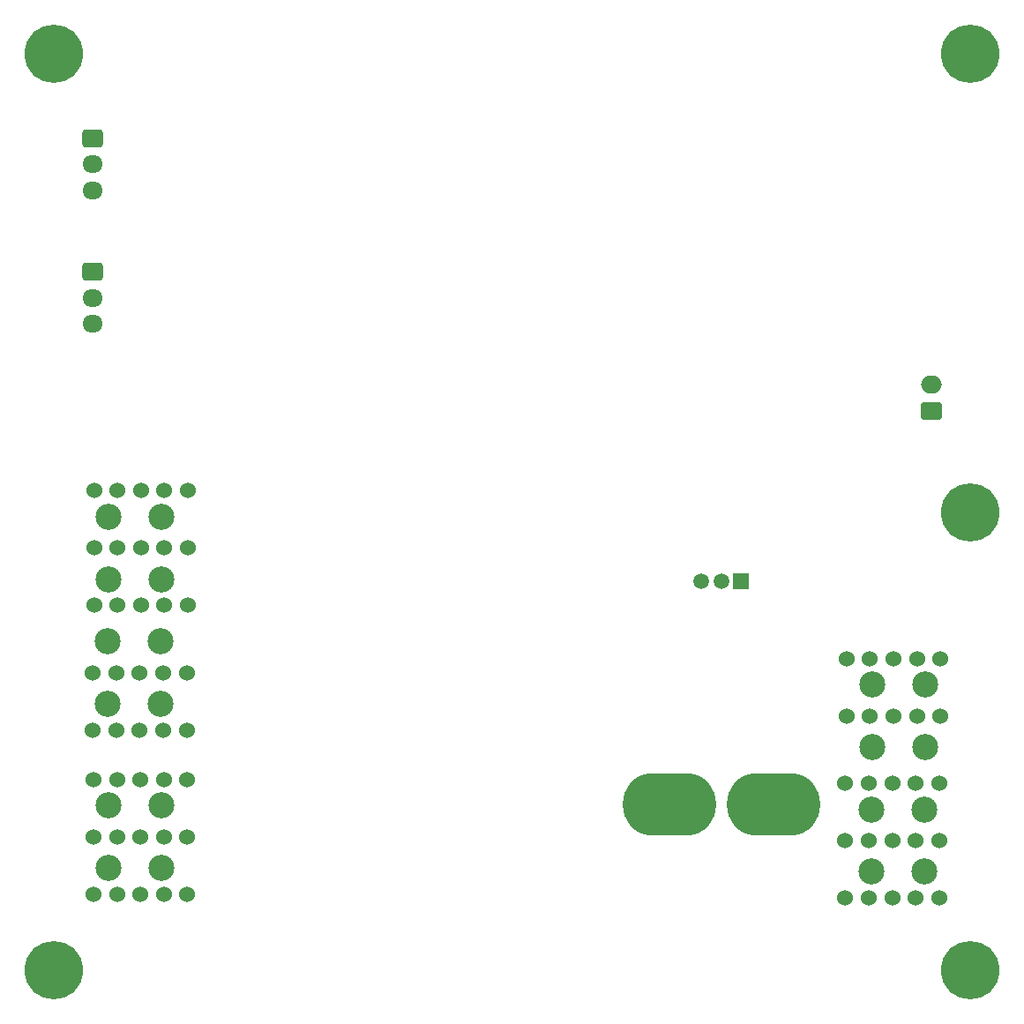
<source format=gbr>
%TF.GenerationSoftware,KiCad,Pcbnew,8.0.5*%
%TF.CreationDate,2024-11-15T14:42:50+00:00*%
%TF.ProjectId,PA_Power_V1,50415f50-6f77-4657-925f-56312e6b6963,rev?*%
%TF.SameCoordinates,Original*%
%TF.FileFunction,Soldermask,Bot*%
%TF.FilePolarity,Negative*%
%FSLAX46Y46*%
G04 Gerber Fmt 4.6, Leading zero omitted, Abs format (unit mm)*
G04 Created by KiCad (PCBNEW 8.0.5) date 2024-11-15 14:42:50*
%MOMM*%
%LPD*%
G01*
G04 APERTURE LIST*
G04 Aperture macros list*
%AMRoundRect*
0 Rectangle with rounded corners*
0 $1 Rounding radius*
0 $2 $3 $4 $5 $6 $7 $8 $9 X,Y pos of 4 corners*
0 Add a 4 corners polygon primitive as box body*
4,1,4,$2,$3,$4,$5,$6,$7,$8,$9,$2,$3,0*
0 Add four circle primitives for the rounded corners*
1,1,$1+$1,$2,$3*
1,1,$1+$1,$4,$5*
1,1,$1+$1,$6,$7*
1,1,$1+$1,$8,$9*
0 Add four rect primitives between the rounded corners*
20,1,$1+$1,$2,$3,$4,$5,0*
20,1,$1+$1,$4,$5,$6,$7,0*
20,1,$1+$1,$6,$7,$8,$9,0*
20,1,$1+$1,$8,$9,$2,$3,0*%
%AMHorizOval*
0 Thick line with rounded ends*
0 $1 width*
0 $2 $3 position (X,Y) of the first rounded end (center of the circle)*
0 $4 $5 position (X,Y) of the second rounded end (center of the circle)*
0 Add line between two ends*
20,1,$1,$2,$3,$4,$5,0*
0 Add two circle primitives to create the rounded ends*
1,1,$1,$2,$3*
1,1,$1,$4,$5*%
G04 Aperture macros list end*
%ADD10RoundRect,0.250000X-0.725000X0.600000X-0.725000X-0.600000X0.725000X-0.600000X0.725000X0.600000X0*%
%ADD11O,1.950000X1.700000*%
%ADD12RoundRect,0.250000X0.750000X-0.600000X0.750000X0.600000X-0.750000X0.600000X-0.750000X-0.600000X0*%
%ADD13O,2.000000X1.700000*%
%ADD14C,1.524000*%
%ADD15C,2.500000*%
%ADD16C,5.600000*%
%ADD17R,1.500000X1.500000*%
%ADD18C,1.500000*%
%ADD19HorizOval,0.800000X0.000000X0.000000X0.000000X0.000000X0*%
%ADD20HorizOval,0.800000X0.000000X0.000000X0.000000X0.000000X0*%
%ADD21C,0.800000*%
%ADD22O,9.000000X6.000000*%
G04 APERTURE END LIST*
D10*
%TO.C,J6*%
X34760000Y-46950000D03*
D11*
X34760000Y-49450000D03*
X34760000Y-51950000D03*
%TD*%
D12*
%TO.C,J7*%
X115300000Y-60290000D03*
D13*
X115300000Y-57790000D03*
%TD*%
D14*
%TO.C,J4*%
X107000000Y-96033800D03*
X107000000Y-101533800D03*
X107000000Y-107033800D03*
X107121400Y-84060000D03*
X107121400Y-89560000D03*
X109250000Y-96033800D03*
X109250000Y-101533800D03*
X109250000Y-107033800D03*
X109371400Y-84060000D03*
X109371400Y-89560000D03*
D15*
X109500000Y-98533800D03*
X109500000Y-104533800D03*
X109621400Y-86560000D03*
X109621400Y-92560000D03*
D14*
X111500000Y-96033800D03*
X111500000Y-101533800D03*
X111500000Y-107033800D03*
X111621400Y-84060000D03*
X111621400Y-89560000D03*
X113750000Y-96033800D03*
X113750000Y-101533800D03*
X113750000Y-107033800D03*
X113871400Y-84060000D03*
X113871400Y-89560000D03*
D15*
X114580000Y-98533800D03*
X114580000Y-104533800D03*
X114701400Y-86560000D03*
X114701400Y-92560000D03*
D14*
X116000000Y-96033800D03*
X116000000Y-101533800D03*
X116000000Y-107033800D03*
X116121400Y-84060000D03*
X116121400Y-89560000D03*
%TD*%
D10*
%TO.C,J5*%
X34760000Y-34110000D03*
D11*
X34760000Y-36610000D03*
X34760000Y-39110000D03*
%TD*%
D16*
%TO.C,H2*%
X31000000Y-114000000D03*
%TD*%
D14*
%TO.C,J1*%
X43890000Y-78940000D03*
X43890000Y-73440000D03*
X43890000Y-67940000D03*
X43768600Y-90913800D03*
X43768600Y-85413800D03*
X41640000Y-78940000D03*
X41640000Y-73440000D03*
X41640000Y-67940000D03*
X41518600Y-90913800D03*
X41518600Y-85413800D03*
D15*
X41390000Y-76440000D03*
X41390000Y-70440000D03*
X41268600Y-88413800D03*
X41268600Y-82413800D03*
D14*
X39390000Y-78940000D03*
X39390000Y-73440000D03*
X39390000Y-67940000D03*
X39268600Y-90913800D03*
X39268600Y-85413800D03*
X37140000Y-78940000D03*
X37140000Y-73440000D03*
X37140000Y-67940000D03*
X37018600Y-90913800D03*
X37018600Y-85413800D03*
D15*
X36310000Y-76440000D03*
X36310000Y-70440000D03*
X36188600Y-88413800D03*
X36188600Y-82413800D03*
D14*
X34890000Y-78940000D03*
X34890000Y-73440000D03*
X34890000Y-67940000D03*
X34768600Y-90913800D03*
X34768600Y-85413800D03*
%TD*%
D17*
%TO.C,U4*%
X97000000Y-76620000D03*
D18*
X95090000Y-76620000D03*
X93180000Y-76620000D03*
D19*
X94040000Y-98650000D03*
D20*
X94040000Y-97390000D03*
D21*
X93290000Y-99680000D03*
X93290000Y-96360000D03*
X92090000Y-100070000D03*
X92090000Y-95970000D03*
X90760000Y-100070000D03*
X90760000Y-95970000D03*
D22*
X90090000Y-98020000D03*
D21*
X89420000Y-100070000D03*
X89420000Y-95970000D03*
X88090000Y-100070000D03*
X88090000Y-95970000D03*
X86890000Y-99680000D03*
X86890000Y-96360000D03*
X86140000Y-98650000D03*
X86140000Y-97390000D03*
X104040000Y-98650000D03*
X104040000Y-97390000D03*
X103290000Y-99680000D03*
X103290000Y-96360000D03*
X102090000Y-100070000D03*
X102090000Y-95970000D03*
X100760000Y-100070000D03*
X100760000Y-95970000D03*
D22*
X100090000Y-98020000D03*
D21*
X99420000Y-100070000D03*
X99420000Y-95970000D03*
X98090000Y-100070000D03*
X98090000Y-95970000D03*
X96890000Y-99680000D03*
X96890000Y-96360000D03*
D20*
X96140000Y-98650000D03*
D19*
X96140000Y-97390000D03*
%TD*%
D16*
%TO.C,H3*%
X119000000Y-26000000D03*
%TD*%
%TO.C,H5*%
X119000000Y-70000000D03*
%TD*%
%TO.C,H4*%
X31000000Y-26000000D03*
%TD*%
D14*
%TO.C,J2*%
X43830000Y-106670000D03*
X43830000Y-101170000D03*
X43830000Y-95670000D03*
X41580000Y-106670000D03*
X41580000Y-101170000D03*
X41580000Y-95670000D03*
D15*
X41330000Y-104170000D03*
X41330000Y-98170000D03*
D14*
X39330000Y-106670000D03*
X39330000Y-101170000D03*
X39330000Y-95670000D03*
X37080000Y-106670000D03*
X37080000Y-101170000D03*
X37080000Y-95670000D03*
D15*
X36250000Y-104170000D03*
X36250000Y-98170000D03*
D14*
X34830000Y-106670000D03*
X34830000Y-101170000D03*
X34830000Y-95670000D03*
%TD*%
D16*
%TO.C,H1*%
X119000000Y-114000000D03*
%TD*%
M02*

</source>
